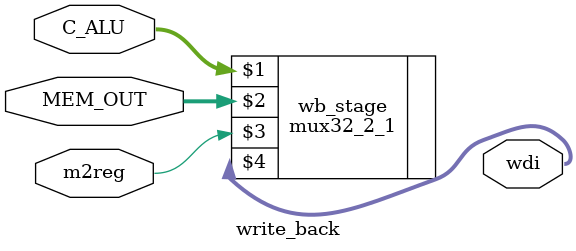
<source format=v>
`timescale 1ns / 1ps
module write_back(C_ALU,MEM_OUT,m2reg,wdi
    );
	 input [31:0] C_ALU;
	 input [31:0] MEM_OUT;
	 input m2reg;
	 output [31:0] wdi;
	 
	 mux32_2_1 wb_stage (C_ALU, MEM_OUT, m2reg, wdi);

endmodule

</source>
